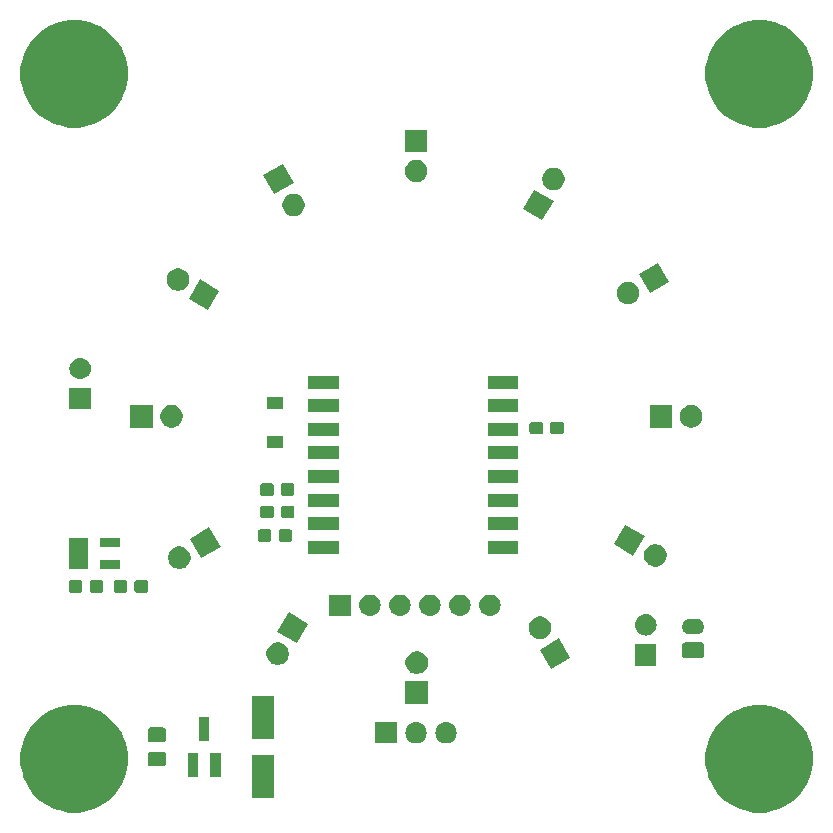
<source format=gbr>
G04 #@! TF.GenerationSoftware,KiCad,Pcbnew,(5.1.4-0)*
G04 #@! TF.CreationDate,2022-04-01T12:31:45+08:00*
G04 #@! TF.ProjectId,esp8266_ntp_clock,65737038-3236-4365-9f6e-74705f636c6f,v1.0*
G04 #@! TF.SameCoordinates,Original*
G04 #@! TF.FileFunction,Soldermask,Top*
G04 #@! TF.FilePolarity,Negative*
%FSLAX46Y46*%
G04 Gerber Fmt 4.6, Leading zero omitted, Abs format (unit mm)*
G04 Created by KiCad (PCBNEW (5.1.4-0)) date 2022-04-01 12:31:45*
%MOMM*%
%LPD*%
G04 APERTURE LIST*
%ADD10C,0.100000*%
G04 APERTURE END LIST*
D10*
G36*
X144327477Y-108623892D02*
G01*
X144670541Y-108765994D01*
X145155707Y-108966956D01*
X145901093Y-109465008D01*
X146534992Y-110098907D01*
X147033044Y-110844293D01*
X147222218Y-111301000D01*
X147376108Y-111672523D01*
X147551000Y-112551764D01*
X147551000Y-113448236D01*
X147376108Y-114327477D01*
X147304232Y-114501000D01*
X147033044Y-115155707D01*
X146534992Y-115901093D01*
X145901093Y-116534992D01*
X145155707Y-117033044D01*
X144670541Y-117234006D01*
X144327477Y-117376108D01*
X143448236Y-117551000D01*
X142551764Y-117551000D01*
X141672523Y-117376108D01*
X141329459Y-117234006D01*
X140844293Y-117033044D01*
X140098907Y-116534992D01*
X139465008Y-115901093D01*
X138966956Y-115155707D01*
X138695768Y-114501000D01*
X138623892Y-114327477D01*
X138449000Y-113448236D01*
X138449000Y-112551764D01*
X138623892Y-111672523D01*
X138777782Y-111301000D01*
X138966956Y-110844293D01*
X139465008Y-110098907D01*
X140098907Y-109465008D01*
X140844293Y-108966956D01*
X141329459Y-108765994D01*
X141672523Y-108623892D01*
X142551764Y-108449000D01*
X143448236Y-108449000D01*
X144327477Y-108623892D01*
X144327477Y-108623892D01*
G37*
G36*
X86327477Y-108623892D02*
G01*
X86670541Y-108765994D01*
X87155707Y-108966956D01*
X87901093Y-109465008D01*
X88534992Y-110098907D01*
X89033044Y-110844293D01*
X89222218Y-111301000D01*
X89376108Y-111672523D01*
X89551000Y-112551764D01*
X89551000Y-113448236D01*
X89376108Y-114327477D01*
X89304232Y-114501000D01*
X89033044Y-115155707D01*
X88534992Y-115901093D01*
X87901093Y-116534992D01*
X87155707Y-117033044D01*
X86670541Y-117234006D01*
X86327477Y-117376108D01*
X85448236Y-117551000D01*
X84551764Y-117551000D01*
X83672523Y-117376108D01*
X83329459Y-117234006D01*
X82844293Y-117033044D01*
X82098907Y-116534992D01*
X81465008Y-115901093D01*
X80966956Y-115155707D01*
X80695768Y-114501000D01*
X80623892Y-114327477D01*
X80449000Y-113448236D01*
X80449000Y-112551764D01*
X80623892Y-111672523D01*
X80777782Y-111301000D01*
X80966956Y-110844293D01*
X81465008Y-110098907D01*
X82098907Y-109465008D01*
X82844293Y-108966956D01*
X83329459Y-108765994D01*
X83672523Y-108623892D01*
X84551764Y-108449000D01*
X85448236Y-108449000D01*
X86327477Y-108623892D01*
X86327477Y-108623892D01*
G37*
G36*
X101951000Y-116301000D02*
G01*
X100049000Y-116301000D01*
X100049000Y-112699000D01*
X101951000Y-112699000D01*
X101951000Y-116301000D01*
X101951000Y-116301000D01*
G37*
G36*
X95501000Y-114501000D02*
G01*
X94599000Y-114501000D01*
X94599000Y-112499000D01*
X95501000Y-112499000D01*
X95501000Y-114501000D01*
X95501000Y-114501000D01*
G37*
G36*
X97401000Y-114501000D02*
G01*
X96499000Y-114501000D01*
X96499000Y-112499000D01*
X97401000Y-112499000D01*
X97401000Y-114501000D01*
X97401000Y-114501000D01*
G37*
G36*
X92588674Y-112403465D02*
G01*
X92626367Y-112414899D01*
X92661103Y-112433466D01*
X92691548Y-112458452D01*
X92716534Y-112488897D01*
X92735101Y-112523633D01*
X92746535Y-112561326D01*
X92751000Y-112606661D01*
X92751000Y-113443339D01*
X92746535Y-113488674D01*
X92735101Y-113526367D01*
X92716534Y-113561103D01*
X92691548Y-113591548D01*
X92661103Y-113616534D01*
X92626367Y-113635101D01*
X92588674Y-113646535D01*
X92543339Y-113651000D01*
X91456661Y-113651000D01*
X91411326Y-113646535D01*
X91373633Y-113635101D01*
X91338897Y-113616534D01*
X91308452Y-113591548D01*
X91283466Y-113561103D01*
X91264899Y-113526367D01*
X91253465Y-113488674D01*
X91249000Y-113443339D01*
X91249000Y-112606661D01*
X91253465Y-112561326D01*
X91264899Y-112523633D01*
X91283466Y-112488897D01*
X91308452Y-112458452D01*
X91338897Y-112433466D01*
X91373633Y-112414899D01*
X91411326Y-112403465D01*
X91456661Y-112399000D01*
X92543339Y-112399000D01*
X92588674Y-112403465D01*
X92588674Y-112403465D01*
G37*
G36*
X112301000Y-111701000D02*
G01*
X110499000Y-111701000D01*
X110499000Y-109899000D01*
X112301000Y-109899000D01*
X112301000Y-111701000D01*
X112301000Y-111701000D01*
G37*
G36*
X114050442Y-109905518D02*
G01*
X114116627Y-109912037D01*
X114286466Y-109963557D01*
X114442991Y-110047222D01*
X114478729Y-110076552D01*
X114580186Y-110159814D01*
X114663448Y-110261271D01*
X114692778Y-110297009D01*
X114692779Y-110297011D01*
X114763179Y-110428718D01*
X114776443Y-110453534D01*
X114827963Y-110623373D01*
X114845359Y-110800000D01*
X114827963Y-110976627D01*
X114776443Y-111146466D01*
X114692778Y-111302991D01*
X114671575Y-111328827D01*
X114580186Y-111440186D01*
X114493772Y-111511103D01*
X114442991Y-111552778D01*
X114286466Y-111636443D01*
X114116627Y-111687963D01*
X114050442Y-111694482D01*
X113984260Y-111701000D01*
X113895740Y-111701000D01*
X113829558Y-111694482D01*
X113763373Y-111687963D01*
X113593534Y-111636443D01*
X113437009Y-111552778D01*
X113386228Y-111511103D01*
X113299814Y-111440186D01*
X113208425Y-111328827D01*
X113187222Y-111302991D01*
X113103557Y-111146466D01*
X113052037Y-110976627D01*
X113034641Y-110800000D01*
X113052037Y-110623373D01*
X113103557Y-110453534D01*
X113116822Y-110428718D01*
X113187221Y-110297011D01*
X113187222Y-110297009D01*
X113216552Y-110261271D01*
X113299814Y-110159814D01*
X113401271Y-110076552D01*
X113437009Y-110047222D01*
X113593534Y-109963557D01*
X113763373Y-109912037D01*
X113829558Y-109905518D01*
X113895740Y-109899000D01*
X113984260Y-109899000D01*
X114050442Y-109905518D01*
X114050442Y-109905518D01*
G37*
G36*
X116590442Y-109905518D02*
G01*
X116656627Y-109912037D01*
X116826466Y-109963557D01*
X116982991Y-110047222D01*
X117018729Y-110076552D01*
X117120186Y-110159814D01*
X117203448Y-110261271D01*
X117232778Y-110297009D01*
X117232779Y-110297011D01*
X117303179Y-110428718D01*
X117316443Y-110453534D01*
X117367963Y-110623373D01*
X117385359Y-110800000D01*
X117367963Y-110976627D01*
X117316443Y-111146466D01*
X117232778Y-111302991D01*
X117211575Y-111328827D01*
X117120186Y-111440186D01*
X117033772Y-111511103D01*
X116982991Y-111552778D01*
X116826466Y-111636443D01*
X116656627Y-111687963D01*
X116590442Y-111694482D01*
X116524260Y-111701000D01*
X116435740Y-111701000D01*
X116369558Y-111694482D01*
X116303373Y-111687963D01*
X116133534Y-111636443D01*
X115977009Y-111552778D01*
X115926228Y-111511103D01*
X115839814Y-111440186D01*
X115748425Y-111328827D01*
X115727222Y-111302991D01*
X115643557Y-111146466D01*
X115592037Y-110976627D01*
X115574641Y-110800000D01*
X115592037Y-110623373D01*
X115643557Y-110453534D01*
X115656822Y-110428718D01*
X115727221Y-110297011D01*
X115727222Y-110297009D01*
X115756552Y-110261271D01*
X115839814Y-110159814D01*
X115941271Y-110076552D01*
X115977009Y-110047222D01*
X116133534Y-109963557D01*
X116303373Y-109912037D01*
X116369558Y-109905518D01*
X116435740Y-109899000D01*
X116524260Y-109899000D01*
X116590442Y-109905518D01*
X116590442Y-109905518D01*
G37*
G36*
X92588674Y-110353465D02*
G01*
X92626367Y-110364899D01*
X92661103Y-110383466D01*
X92691548Y-110408452D01*
X92716534Y-110438897D01*
X92735101Y-110473633D01*
X92746535Y-110511326D01*
X92751000Y-110556661D01*
X92751000Y-111393339D01*
X92746535Y-111438674D01*
X92735101Y-111476367D01*
X92716534Y-111511103D01*
X92691548Y-111541548D01*
X92661103Y-111566534D01*
X92626367Y-111585101D01*
X92588674Y-111596535D01*
X92543339Y-111601000D01*
X91456661Y-111601000D01*
X91411326Y-111596535D01*
X91373633Y-111585101D01*
X91338897Y-111566534D01*
X91308452Y-111541548D01*
X91283466Y-111511103D01*
X91264899Y-111476367D01*
X91253465Y-111438674D01*
X91249000Y-111393339D01*
X91249000Y-110556661D01*
X91253465Y-110511326D01*
X91264899Y-110473633D01*
X91283466Y-110438897D01*
X91308452Y-110408452D01*
X91338897Y-110383466D01*
X91373633Y-110364899D01*
X91411326Y-110353465D01*
X91456661Y-110349000D01*
X92543339Y-110349000D01*
X92588674Y-110353465D01*
X92588674Y-110353465D01*
G37*
G36*
X96451000Y-111501000D02*
G01*
X95549000Y-111501000D01*
X95549000Y-109499000D01*
X96451000Y-109499000D01*
X96451000Y-111501000D01*
X96451000Y-111501000D01*
G37*
G36*
X101951000Y-111301000D02*
G01*
X100049000Y-111301000D01*
X100049000Y-107699000D01*
X101951000Y-107699000D01*
X101951000Y-111301000D01*
X101951000Y-111301000D01*
G37*
G36*
X114951000Y-108351000D02*
G01*
X113049000Y-108351000D01*
X113049000Y-106449000D01*
X114951000Y-106449000D01*
X114951000Y-108351000D01*
X114951000Y-108351000D01*
G37*
G36*
X114277395Y-103945546D02*
G01*
X114450466Y-104017234D01*
X114450467Y-104017235D01*
X114606227Y-104121310D01*
X114738690Y-104253773D01*
X114738691Y-104253775D01*
X114842766Y-104409534D01*
X114914454Y-104582605D01*
X114951000Y-104766333D01*
X114951000Y-104953667D01*
X114914454Y-105137395D01*
X114842766Y-105310466D01*
X114842765Y-105310467D01*
X114738690Y-105466227D01*
X114606227Y-105598690D01*
X114527818Y-105651081D01*
X114450466Y-105702766D01*
X114277395Y-105774454D01*
X114093667Y-105811000D01*
X113906333Y-105811000D01*
X113722605Y-105774454D01*
X113549534Y-105702766D01*
X113472182Y-105651081D01*
X113393773Y-105598690D01*
X113261310Y-105466227D01*
X113157235Y-105310467D01*
X113157234Y-105310466D01*
X113085546Y-105137395D01*
X113049000Y-104953667D01*
X113049000Y-104766333D01*
X113085546Y-104582605D01*
X113157234Y-104409534D01*
X113261309Y-104253775D01*
X113261310Y-104253773D01*
X113393773Y-104121310D01*
X113549533Y-104017235D01*
X113549534Y-104017234D01*
X113722605Y-103945546D01*
X113906333Y-103909000D01*
X114093667Y-103909000D01*
X114277395Y-103945546D01*
X114277395Y-103945546D01*
G37*
G36*
X126999091Y-104448090D02*
G01*
X125351910Y-105399091D01*
X124400909Y-103751910D01*
X126048090Y-102800909D01*
X126999091Y-104448090D01*
X126999091Y-104448090D01*
G37*
G36*
X134301000Y-105101000D02*
G01*
X132499000Y-105101000D01*
X132499000Y-103299000D01*
X134301000Y-103299000D01*
X134301000Y-105101000D01*
X134301000Y-105101000D01*
G37*
G36*
X102507395Y-103185251D02*
G01*
X102680466Y-103256939D01*
X102680467Y-103256940D01*
X102836227Y-103361015D01*
X102968690Y-103493478D01*
X102968691Y-103493480D01*
X103072766Y-103649239D01*
X103144454Y-103822310D01*
X103181000Y-104006038D01*
X103181000Y-104193372D01*
X103144454Y-104377100D01*
X103072766Y-104550171D01*
X103072765Y-104550172D01*
X102968690Y-104705932D01*
X102836227Y-104838395D01*
X102757818Y-104890786D01*
X102680466Y-104942471D01*
X102507395Y-105014159D01*
X102323667Y-105050705D01*
X102136333Y-105050705D01*
X101952605Y-105014159D01*
X101779534Y-104942471D01*
X101702182Y-104890786D01*
X101623773Y-104838395D01*
X101491310Y-104705932D01*
X101387235Y-104550172D01*
X101387234Y-104550171D01*
X101315546Y-104377100D01*
X101279000Y-104193372D01*
X101279000Y-104006038D01*
X101315546Y-103822310D01*
X101387234Y-103649239D01*
X101491309Y-103493480D01*
X101491310Y-103493478D01*
X101623773Y-103361015D01*
X101779533Y-103256940D01*
X101779534Y-103256939D01*
X101952605Y-103185251D01*
X102136333Y-103148705D01*
X102323667Y-103148705D01*
X102507395Y-103185251D01*
X102507395Y-103185251D01*
G37*
G36*
X138166242Y-103153404D02*
G01*
X138203337Y-103164657D01*
X138237515Y-103182925D01*
X138267481Y-103207519D01*
X138292075Y-103237485D01*
X138310343Y-103271663D01*
X138321596Y-103308758D01*
X138326000Y-103353474D01*
X138326000Y-104246526D01*
X138321596Y-104291242D01*
X138310343Y-104328337D01*
X138292075Y-104362515D01*
X138267481Y-104392481D01*
X138237515Y-104417075D01*
X138203337Y-104435343D01*
X138166242Y-104446596D01*
X138121526Y-104451000D01*
X136678474Y-104451000D01*
X136633758Y-104446596D01*
X136596663Y-104435343D01*
X136562485Y-104417075D01*
X136532519Y-104392481D01*
X136507925Y-104362515D01*
X136489657Y-104328337D01*
X136478404Y-104291242D01*
X136474000Y-104246526D01*
X136474000Y-103353474D01*
X136478404Y-103308758D01*
X136489657Y-103271663D01*
X136507925Y-103237485D01*
X136532519Y-103207519D01*
X136562485Y-103182925D01*
X136596663Y-103164657D01*
X136633758Y-103153404D01*
X136678474Y-103149000D01*
X138121526Y-103149000D01*
X138166242Y-103153404D01*
X138166242Y-103153404D01*
G37*
G36*
X104799091Y-101551910D02*
G01*
X103848090Y-103199091D01*
X102200909Y-102248090D01*
X103151910Y-100600909D01*
X104799091Y-101551910D01*
X104799091Y-101551910D01*
G37*
G36*
X124707395Y-100985841D02*
G01*
X124880466Y-101057529D01*
X124880467Y-101057530D01*
X125036227Y-101161605D01*
X125168690Y-101294068D01*
X125197674Y-101337446D01*
X125272766Y-101449829D01*
X125344454Y-101622900D01*
X125381000Y-101806628D01*
X125381000Y-101993962D01*
X125344454Y-102177690D01*
X125272766Y-102350761D01*
X125231327Y-102412779D01*
X125168690Y-102506522D01*
X125036227Y-102638985D01*
X124957818Y-102691376D01*
X124880466Y-102743061D01*
X124707395Y-102814749D01*
X124523667Y-102851295D01*
X124336333Y-102851295D01*
X124152605Y-102814749D01*
X123979534Y-102743061D01*
X123902182Y-102691376D01*
X123823773Y-102638985D01*
X123691310Y-102506522D01*
X123628673Y-102412779D01*
X123587234Y-102350761D01*
X123515546Y-102177690D01*
X123479000Y-101993962D01*
X123479000Y-101806628D01*
X123515546Y-101622900D01*
X123587234Y-101449829D01*
X123662326Y-101337446D01*
X123691310Y-101294068D01*
X123823773Y-101161605D01*
X123979533Y-101057530D01*
X123979534Y-101057529D01*
X124152605Y-100985841D01*
X124336333Y-100949295D01*
X124523667Y-100949295D01*
X124707395Y-100985841D01*
X124707395Y-100985841D01*
G37*
G36*
X133510443Y-100765519D02*
G01*
X133576627Y-100772037D01*
X133746466Y-100823557D01*
X133902991Y-100907222D01*
X133938729Y-100936552D01*
X134040186Y-101019814D01*
X134123448Y-101121271D01*
X134152778Y-101157009D01*
X134236443Y-101313534D01*
X134287963Y-101483373D01*
X134305359Y-101660000D01*
X134287963Y-101836627D01*
X134236443Y-102006466D01*
X134152778Y-102162991D01*
X134140714Y-102177691D01*
X134040186Y-102300186D01*
X133938729Y-102383448D01*
X133902991Y-102412778D01*
X133746466Y-102496443D01*
X133576627Y-102547963D01*
X133510443Y-102554481D01*
X133444260Y-102561000D01*
X133355740Y-102561000D01*
X133289558Y-102554482D01*
X133223373Y-102547963D01*
X133053534Y-102496443D01*
X132897009Y-102412778D01*
X132861271Y-102383448D01*
X132759814Y-102300186D01*
X132659286Y-102177691D01*
X132647222Y-102162991D01*
X132563557Y-102006466D01*
X132512037Y-101836627D01*
X132494641Y-101660000D01*
X132512037Y-101483373D01*
X132563557Y-101313534D01*
X132647222Y-101157009D01*
X132676552Y-101121271D01*
X132759814Y-101019814D01*
X132861271Y-100936552D01*
X132897009Y-100907222D01*
X133053534Y-100823557D01*
X133223373Y-100772037D01*
X133289557Y-100765519D01*
X133355740Y-100759000D01*
X133444260Y-100759000D01*
X133510443Y-100765519D01*
X133510443Y-100765519D01*
G37*
G36*
X137738855Y-101152140D02*
G01*
X137802618Y-101158420D01*
X137893404Y-101185960D01*
X137925336Y-101195646D01*
X138038425Y-101256094D01*
X138137554Y-101337446D01*
X138218906Y-101436575D01*
X138279354Y-101549664D01*
X138279355Y-101549668D01*
X138316580Y-101672382D01*
X138329149Y-101800000D01*
X138316580Y-101927618D01*
X138296455Y-101993960D01*
X138279354Y-102050336D01*
X138218906Y-102163425D01*
X138137554Y-102262554D01*
X138038425Y-102343906D01*
X137925336Y-102404354D01*
X137897565Y-102412778D01*
X137802618Y-102441580D01*
X137738855Y-102447860D01*
X137706974Y-102451000D01*
X137093026Y-102451000D01*
X137061145Y-102447860D01*
X136997382Y-102441580D01*
X136902435Y-102412778D01*
X136874664Y-102404354D01*
X136761575Y-102343906D01*
X136662446Y-102262554D01*
X136581094Y-102163425D01*
X136520646Y-102050336D01*
X136503545Y-101993960D01*
X136483420Y-101927618D01*
X136470851Y-101800000D01*
X136483420Y-101672382D01*
X136520645Y-101549668D01*
X136520646Y-101549664D01*
X136581094Y-101436575D01*
X136662446Y-101337446D01*
X136761575Y-101256094D01*
X136874664Y-101195646D01*
X136906596Y-101185960D01*
X136997382Y-101158420D01*
X137061145Y-101152140D01*
X137093026Y-101149000D01*
X137706974Y-101149000D01*
X137738855Y-101152140D01*
X137738855Y-101152140D01*
G37*
G36*
X115230442Y-99105518D02*
G01*
X115296627Y-99112037D01*
X115466466Y-99163557D01*
X115622991Y-99247222D01*
X115658729Y-99276552D01*
X115760186Y-99359814D01*
X115843448Y-99461271D01*
X115872778Y-99497009D01*
X115956443Y-99653534D01*
X116007963Y-99823373D01*
X116025359Y-100000000D01*
X116007963Y-100176627D01*
X115956443Y-100346466D01*
X115872778Y-100502991D01*
X115843448Y-100538729D01*
X115760186Y-100640186D01*
X115658729Y-100723448D01*
X115622991Y-100752778D01*
X115466466Y-100836443D01*
X115296627Y-100887963D01*
X115230443Y-100894481D01*
X115164260Y-100901000D01*
X115075740Y-100901000D01*
X115009557Y-100894481D01*
X114943373Y-100887963D01*
X114773534Y-100836443D01*
X114617009Y-100752778D01*
X114581271Y-100723448D01*
X114479814Y-100640186D01*
X114396552Y-100538729D01*
X114367222Y-100502991D01*
X114283557Y-100346466D01*
X114232037Y-100176627D01*
X114214641Y-100000000D01*
X114232037Y-99823373D01*
X114283557Y-99653534D01*
X114367222Y-99497009D01*
X114396552Y-99461271D01*
X114479814Y-99359814D01*
X114581271Y-99276552D01*
X114617009Y-99247222D01*
X114773534Y-99163557D01*
X114943373Y-99112037D01*
X115009558Y-99105518D01*
X115075740Y-99099000D01*
X115164260Y-99099000D01*
X115230442Y-99105518D01*
X115230442Y-99105518D01*
G37*
G36*
X108401000Y-100901000D02*
G01*
X106599000Y-100901000D01*
X106599000Y-99099000D01*
X108401000Y-99099000D01*
X108401000Y-100901000D01*
X108401000Y-100901000D01*
G37*
G36*
X110150442Y-99105518D02*
G01*
X110216627Y-99112037D01*
X110386466Y-99163557D01*
X110542991Y-99247222D01*
X110578729Y-99276552D01*
X110680186Y-99359814D01*
X110763448Y-99461271D01*
X110792778Y-99497009D01*
X110876443Y-99653534D01*
X110927963Y-99823373D01*
X110945359Y-100000000D01*
X110927963Y-100176627D01*
X110876443Y-100346466D01*
X110792778Y-100502991D01*
X110763448Y-100538729D01*
X110680186Y-100640186D01*
X110578729Y-100723448D01*
X110542991Y-100752778D01*
X110386466Y-100836443D01*
X110216627Y-100887963D01*
X110150443Y-100894481D01*
X110084260Y-100901000D01*
X109995740Y-100901000D01*
X109929557Y-100894481D01*
X109863373Y-100887963D01*
X109693534Y-100836443D01*
X109537009Y-100752778D01*
X109501271Y-100723448D01*
X109399814Y-100640186D01*
X109316552Y-100538729D01*
X109287222Y-100502991D01*
X109203557Y-100346466D01*
X109152037Y-100176627D01*
X109134641Y-100000000D01*
X109152037Y-99823373D01*
X109203557Y-99653534D01*
X109287222Y-99497009D01*
X109316552Y-99461271D01*
X109399814Y-99359814D01*
X109501271Y-99276552D01*
X109537009Y-99247222D01*
X109693534Y-99163557D01*
X109863373Y-99112037D01*
X109929558Y-99105518D01*
X109995740Y-99099000D01*
X110084260Y-99099000D01*
X110150442Y-99105518D01*
X110150442Y-99105518D01*
G37*
G36*
X112690442Y-99105518D02*
G01*
X112756627Y-99112037D01*
X112926466Y-99163557D01*
X113082991Y-99247222D01*
X113118729Y-99276552D01*
X113220186Y-99359814D01*
X113303448Y-99461271D01*
X113332778Y-99497009D01*
X113416443Y-99653534D01*
X113467963Y-99823373D01*
X113485359Y-100000000D01*
X113467963Y-100176627D01*
X113416443Y-100346466D01*
X113332778Y-100502991D01*
X113303448Y-100538729D01*
X113220186Y-100640186D01*
X113118729Y-100723448D01*
X113082991Y-100752778D01*
X112926466Y-100836443D01*
X112756627Y-100887963D01*
X112690443Y-100894481D01*
X112624260Y-100901000D01*
X112535740Y-100901000D01*
X112469557Y-100894481D01*
X112403373Y-100887963D01*
X112233534Y-100836443D01*
X112077009Y-100752778D01*
X112041271Y-100723448D01*
X111939814Y-100640186D01*
X111856552Y-100538729D01*
X111827222Y-100502991D01*
X111743557Y-100346466D01*
X111692037Y-100176627D01*
X111674641Y-100000000D01*
X111692037Y-99823373D01*
X111743557Y-99653534D01*
X111827222Y-99497009D01*
X111856552Y-99461271D01*
X111939814Y-99359814D01*
X112041271Y-99276552D01*
X112077009Y-99247222D01*
X112233534Y-99163557D01*
X112403373Y-99112037D01*
X112469558Y-99105518D01*
X112535740Y-99099000D01*
X112624260Y-99099000D01*
X112690442Y-99105518D01*
X112690442Y-99105518D01*
G37*
G36*
X117770442Y-99105518D02*
G01*
X117836627Y-99112037D01*
X118006466Y-99163557D01*
X118162991Y-99247222D01*
X118198729Y-99276552D01*
X118300186Y-99359814D01*
X118383448Y-99461271D01*
X118412778Y-99497009D01*
X118496443Y-99653534D01*
X118547963Y-99823373D01*
X118565359Y-100000000D01*
X118547963Y-100176627D01*
X118496443Y-100346466D01*
X118412778Y-100502991D01*
X118383448Y-100538729D01*
X118300186Y-100640186D01*
X118198729Y-100723448D01*
X118162991Y-100752778D01*
X118006466Y-100836443D01*
X117836627Y-100887963D01*
X117770443Y-100894481D01*
X117704260Y-100901000D01*
X117615740Y-100901000D01*
X117549557Y-100894481D01*
X117483373Y-100887963D01*
X117313534Y-100836443D01*
X117157009Y-100752778D01*
X117121271Y-100723448D01*
X117019814Y-100640186D01*
X116936552Y-100538729D01*
X116907222Y-100502991D01*
X116823557Y-100346466D01*
X116772037Y-100176627D01*
X116754641Y-100000000D01*
X116772037Y-99823373D01*
X116823557Y-99653534D01*
X116907222Y-99497009D01*
X116936552Y-99461271D01*
X117019814Y-99359814D01*
X117121271Y-99276552D01*
X117157009Y-99247222D01*
X117313534Y-99163557D01*
X117483373Y-99112037D01*
X117549558Y-99105518D01*
X117615740Y-99099000D01*
X117704260Y-99099000D01*
X117770442Y-99105518D01*
X117770442Y-99105518D01*
G37*
G36*
X120310442Y-99105518D02*
G01*
X120376627Y-99112037D01*
X120546466Y-99163557D01*
X120702991Y-99247222D01*
X120738729Y-99276552D01*
X120840186Y-99359814D01*
X120923448Y-99461271D01*
X120952778Y-99497009D01*
X121036443Y-99653534D01*
X121087963Y-99823373D01*
X121105359Y-100000000D01*
X121087963Y-100176627D01*
X121036443Y-100346466D01*
X120952778Y-100502991D01*
X120923448Y-100538729D01*
X120840186Y-100640186D01*
X120738729Y-100723448D01*
X120702991Y-100752778D01*
X120546466Y-100836443D01*
X120376627Y-100887963D01*
X120310443Y-100894481D01*
X120244260Y-100901000D01*
X120155740Y-100901000D01*
X120089557Y-100894481D01*
X120023373Y-100887963D01*
X119853534Y-100836443D01*
X119697009Y-100752778D01*
X119661271Y-100723448D01*
X119559814Y-100640186D01*
X119476552Y-100538729D01*
X119447222Y-100502991D01*
X119363557Y-100346466D01*
X119312037Y-100176627D01*
X119294641Y-100000000D01*
X119312037Y-99823373D01*
X119363557Y-99653534D01*
X119447222Y-99497009D01*
X119476552Y-99461271D01*
X119559814Y-99359814D01*
X119661271Y-99276552D01*
X119697009Y-99247222D01*
X119853534Y-99163557D01*
X120023373Y-99112037D01*
X120089558Y-99105518D01*
X120155740Y-99099000D01*
X120244260Y-99099000D01*
X120310442Y-99105518D01*
X120310442Y-99105518D01*
G37*
G36*
X85539499Y-97878445D02*
G01*
X85576995Y-97889820D01*
X85611554Y-97908292D01*
X85641847Y-97933153D01*
X85666708Y-97963446D01*
X85685180Y-97998005D01*
X85696555Y-98035501D01*
X85701000Y-98080638D01*
X85701000Y-98719362D01*
X85696555Y-98764499D01*
X85685180Y-98801995D01*
X85666708Y-98836554D01*
X85641847Y-98866847D01*
X85611554Y-98891708D01*
X85576995Y-98910180D01*
X85539499Y-98921555D01*
X85494362Y-98926000D01*
X84755638Y-98926000D01*
X84710501Y-98921555D01*
X84673005Y-98910180D01*
X84638446Y-98891708D01*
X84608153Y-98866847D01*
X84583292Y-98836554D01*
X84564820Y-98801995D01*
X84553445Y-98764499D01*
X84549000Y-98719362D01*
X84549000Y-98080638D01*
X84553445Y-98035501D01*
X84564820Y-97998005D01*
X84583292Y-97963446D01*
X84608153Y-97933153D01*
X84638446Y-97908292D01*
X84673005Y-97889820D01*
X84710501Y-97878445D01*
X84755638Y-97874000D01*
X85494362Y-97874000D01*
X85539499Y-97878445D01*
X85539499Y-97878445D01*
G37*
G36*
X91089499Y-97878445D02*
G01*
X91126995Y-97889820D01*
X91161554Y-97908292D01*
X91191847Y-97933153D01*
X91216708Y-97963446D01*
X91235180Y-97998005D01*
X91246555Y-98035501D01*
X91251000Y-98080638D01*
X91251000Y-98719362D01*
X91246555Y-98764499D01*
X91235180Y-98801995D01*
X91216708Y-98836554D01*
X91191847Y-98866847D01*
X91161554Y-98891708D01*
X91126995Y-98910180D01*
X91089499Y-98921555D01*
X91044362Y-98926000D01*
X90305638Y-98926000D01*
X90260501Y-98921555D01*
X90223005Y-98910180D01*
X90188446Y-98891708D01*
X90158153Y-98866847D01*
X90133292Y-98836554D01*
X90114820Y-98801995D01*
X90103445Y-98764499D01*
X90099000Y-98719362D01*
X90099000Y-98080638D01*
X90103445Y-98035501D01*
X90114820Y-97998005D01*
X90133292Y-97963446D01*
X90158153Y-97933153D01*
X90188446Y-97908292D01*
X90223005Y-97889820D01*
X90260501Y-97878445D01*
X90305638Y-97874000D01*
X91044362Y-97874000D01*
X91089499Y-97878445D01*
X91089499Y-97878445D01*
G37*
G36*
X89339499Y-97878445D02*
G01*
X89376995Y-97889820D01*
X89411554Y-97908292D01*
X89441847Y-97933153D01*
X89466708Y-97963446D01*
X89485180Y-97998005D01*
X89496555Y-98035501D01*
X89501000Y-98080638D01*
X89501000Y-98719362D01*
X89496555Y-98764499D01*
X89485180Y-98801995D01*
X89466708Y-98836554D01*
X89441847Y-98866847D01*
X89411554Y-98891708D01*
X89376995Y-98910180D01*
X89339499Y-98921555D01*
X89294362Y-98926000D01*
X88555638Y-98926000D01*
X88510501Y-98921555D01*
X88473005Y-98910180D01*
X88438446Y-98891708D01*
X88408153Y-98866847D01*
X88383292Y-98836554D01*
X88364820Y-98801995D01*
X88353445Y-98764499D01*
X88349000Y-98719362D01*
X88349000Y-98080638D01*
X88353445Y-98035501D01*
X88364820Y-97998005D01*
X88383292Y-97963446D01*
X88408153Y-97933153D01*
X88438446Y-97908292D01*
X88473005Y-97889820D01*
X88510501Y-97878445D01*
X88555638Y-97874000D01*
X89294362Y-97874000D01*
X89339499Y-97878445D01*
X89339499Y-97878445D01*
G37*
G36*
X87289499Y-97878445D02*
G01*
X87326995Y-97889820D01*
X87361554Y-97908292D01*
X87391847Y-97933153D01*
X87416708Y-97963446D01*
X87435180Y-97998005D01*
X87446555Y-98035501D01*
X87451000Y-98080638D01*
X87451000Y-98719362D01*
X87446555Y-98764499D01*
X87435180Y-98801995D01*
X87416708Y-98836554D01*
X87391847Y-98866847D01*
X87361554Y-98891708D01*
X87326995Y-98910180D01*
X87289499Y-98921555D01*
X87244362Y-98926000D01*
X86505638Y-98926000D01*
X86460501Y-98921555D01*
X86423005Y-98910180D01*
X86388446Y-98891708D01*
X86358153Y-98866847D01*
X86333292Y-98836554D01*
X86314820Y-98801995D01*
X86303445Y-98764499D01*
X86299000Y-98719362D01*
X86299000Y-98080638D01*
X86303445Y-98035501D01*
X86314820Y-97998005D01*
X86333292Y-97963446D01*
X86358153Y-97933153D01*
X86388446Y-97908292D01*
X86423005Y-97889820D01*
X86460501Y-97878445D01*
X86505638Y-97874000D01*
X87244362Y-97874000D01*
X87289499Y-97878445D01*
X87289499Y-97878445D01*
G37*
G36*
X86181000Y-96926000D02*
G01*
X84519000Y-96926000D01*
X84519000Y-94274000D01*
X86181000Y-94274000D01*
X86181000Y-96926000D01*
X86181000Y-96926000D01*
G37*
G36*
X88881000Y-96926000D02*
G01*
X87219000Y-96926000D01*
X87219000Y-96174000D01*
X88881000Y-96174000D01*
X88881000Y-96926000D01*
X88881000Y-96926000D01*
G37*
G36*
X94177690Y-95055546D02*
G01*
X94350761Y-95127234D01*
X94350762Y-95127235D01*
X94506522Y-95231310D01*
X94638985Y-95363773D01*
X94638986Y-95363775D01*
X94743061Y-95519534D01*
X94814749Y-95692605D01*
X94851295Y-95876333D01*
X94851295Y-96063667D01*
X94814749Y-96247395D01*
X94743061Y-96420466D01*
X94743060Y-96420467D01*
X94638985Y-96576227D01*
X94506522Y-96708690D01*
X94428113Y-96761081D01*
X94350761Y-96812766D01*
X94177690Y-96884454D01*
X93993962Y-96921000D01*
X93806628Y-96921000D01*
X93622900Y-96884454D01*
X93449829Y-96812766D01*
X93372477Y-96761081D01*
X93294068Y-96708690D01*
X93161605Y-96576227D01*
X93057530Y-96420467D01*
X93057529Y-96420466D01*
X92985841Y-96247395D01*
X92949295Y-96063667D01*
X92949295Y-95876333D01*
X92985841Y-95692605D01*
X93057529Y-95519534D01*
X93161604Y-95363775D01*
X93161605Y-95363773D01*
X93294068Y-95231310D01*
X93449828Y-95127235D01*
X93449829Y-95127234D01*
X93622900Y-95055546D01*
X93806628Y-95019000D01*
X93993962Y-95019000D01*
X94177690Y-95055546D01*
X94177690Y-95055546D01*
G37*
G36*
X134477100Y-94855546D02*
G01*
X134650171Y-94927234D01*
X134650172Y-94927235D01*
X134805932Y-95031310D01*
X134938395Y-95163773D01*
X134938396Y-95163775D01*
X135042471Y-95319534D01*
X135114159Y-95492605D01*
X135150705Y-95676333D01*
X135150705Y-95863667D01*
X135114159Y-96047395D01*
X135042471Y-96220466D01*
X135024477Y-96247396D01*
X134938395Y-96376227D01*
X134805932Y-96508690D01*
X134727523Y-96561081D01*
X134650171Y-96612766D01*
X134477100Y-96684454D01*
X134293372Y-96721000D01*
X134106038Y-96721000D01*
X133922310Y-96684454D01*
X133749239Y-96612766D01*
X133671887Y-96561081D01*
X133593478Y-96508690D01*
X133461015Y-96376227D01*
X133374933Y-96247396D01*
X133356939Y-96220466D01*
X133285251Y-96047395D01*
X133248705Y-95863667D01*
X133248705Y-95676333D01*
X133285251Y-95492605D01*
X133356939Y-95319534D01*
X133461014Y-95163775D01*
X133461015Y-95163773D01*
X133593478Y-95031310D01*
X133749238Y-94927235D01*
X133749239Y-94927234D01*
X133922310Y-94855546D01*
X134106038Y-94819000D01*
X134293372Y-94819000D01*
X134477100Y-94855546D01*
X134477100Y-94855546D01*
G37*
G36*
X97399091Y-95048090D02*
G01*
X95751910Y-95999091D01*
X94800909Y-94351910D01*
X96448090Y-93400909D01*
X97399091Y-95048090D01*
X97399091Y-95048090D01*
G37*
G36*
X133299091Y-94151910D02*
G01*
X132348090Y-95799091D01*
X130700909Y-94848090D01*
X131651910Y-93200909D01*
X133299091Y-94151910D01*
X133299091Y-94151910D01*
G37*
G36*
X107401000Y-95651000D02*
G01*
X104799000Y-95651000D01*
X104799000Y-94549000D01*
X107401000Y-94549000D01*
X107401000Y-95651000D01*
X107401000Y-95651000D01*
G37*
G36*
X122601000Y-95651000D02*
G01*
X119999000Y-95651000D01*
X119999000Y-94549000D01*
X122601000Y-94549000D01*
X122601000Y-95651000D01*
X122601000Y-95651000D01*
G37*
G36*
X88881000Y-95026000D02*
G01*
X87219000Y-95026000D01*
X87219000Y-94274000D01*
X88881000Y-94274000D01*
X88881000Y-95026000D01*
X88881000Y-95026000D01*
G37*
G36*
X103289499Y-93578445D02*
G01*
X103326995Y-93589820D01*
X103361554Y-93608292D01*
X103391847Y-93633153D01*
X103416708Y-93663446D01*
X103435180Y-93698005D01*
X103446555Y-93735501D01*
X103451000Y-93780638D01*
X103451000Y-94419362D01*
X103446555Y-94464499D01*
X103435180Y-94501995D01*
X103416708Y-94536554D01*
X103391847Y-94566847D01*
X103361554Y-94591708D01*
X103326995Y-94610180D01*
X103289499Y-94621555D01*
X103244362Y-94626000D01*
X102505638Y-94626000D01*
X102460501Y-94621555D01*
X102423005Y-94610180D01*
X102388446Y-94591708D01*
X102358153Y-94566847D01*
X102333292Y-94536554D01*
X102314820Y-94501995D01*
X102303445Y-94464499D01*
X102299000Y-94419362D01*
X102299000Y-93780638D01*
X102303445Y-93735501D01*
X102314820Y-93698005D01*
X102333292Y-93663446D01*
X102358153Y-93633153D01*
X102388446Y-93608292D01*
X102423005Y-93589820D01*
X102460501Y-93578445D01*
X102505638Y-93574000D01*
X103244362Y-93574000D01*
X103289499Y-93578445D01*
X103289499Y-93578445D01*
G37*
G36*
X101539499Y-93578445D02*
G01*
X101576995Y-93589820D01*
X101611554Y-93608292D01*
X101641847Y-93633153D01*
X101666708Y-93663446D01*
X101685180Y-93698005D01*
X101696555Y-93735501D01*
X101701000Y-93780638D01*
X101701000Y-94419362D01*
X101696555Y-94464499D01*
X101685180Y-94501995D01*
X101666708Y-94536554D01*
X101641847Y-94566847D01*
X101611554Y-94591708D01*
X101576995Y-94610180D01*
X101539499Y-94621555D01*
X101494362Y-94626000D01*
X100755638Y-94626000D01*
X100710501Y-94621555D01*
X100673005Y-94610180D01*
X100638446Y-94591708D01*
X100608153Y-94566847D01*
X100583292Y-94536554D01*
X100564820Y-94501995D01*
X100553445Y-94464499D01*
X100549000Y-94419362D01*
X100549000Y-93780638D01*
X100553445Y-93735501D01*
X100564820Y-93698005D01*
X100583292Y-93663446D01*
X100608153Y-93633153D01*
X100638446Y-93608292D01*
X100673005Y-93589820D01*
X100710501Y-93578445D01*
X100755638Y-93574000D01*
X101494362Y-93574000D01*
X101539499Y-93578445D01*
X101539499Y-93578445D01*
G37*
G36*
X122601000Y-93651000D02*
G01*
X119999000Y-93651000D01*
X119999000Y-92549000D01*
X122601000Y-92549000D01*
X122601000Y-93651000D01*
X122601000Y-93651000D01*
G37*
G36*
X107401000Y-93651000D02*
G01*
X104799000Y-93651000D01*
X104799000Y-92549000D01*
X107401000Y-92549000D01*
X107401000Y-93651000D01*
X107401000Y-93651000D01*
G37*
G36*
X103489499Y-91578445D02*
G01*
X103526995Y-91589820D01*
X103561554Y-91608292D01*
X103591847Y-91633153D01*
X103616708Y-91663446D01*
X103635180Y-91698005D01*
X103646555Y-91735501D01*
X103651000Y-91780638D01*
X103651000Y-92419362D01*
X103646555Y-92464499D01*
X103635180Y-92501995D01*
X103616708Y-92536554D01*
X103591847Y-92566847D01*
X103561554Y-92591708D01*
X103526995Y-92610180D01*
X103489499Y-92621555D01*
X103444362Y-92626000D01*
X102705638Y-92626000D01*
X102660501Y-92621555D01*
X102623005Y-92610180D01*
X102588446Y-92591708D01*
X102558153Y-92566847D01*
X102533292Y-92536554D01*
X102514820Y-92501995D01*
X102503445Y-92464499D01*
X102499000Y-92419362D01*
X102499000Y-91780638D01*
X102503445Y-91735501D01*
X102514820Y-91698005D01*
X102533292Y-91663446D01*
X102558153Y-91633153D01*
X102588446Y-91608292D01*
X102623005Y-91589820D01*
X102660501Y-91578445D01*
X102705638Y-91574000D01*
X103444362Y-91574000D01*
X103489499Y-91578445D01*
X103489499Y-91578445D01*
G37*
G36*
X101739499Y-91578445D02*
G01*
X101776995Y-91589820D01*
X101811554Y-91608292D01*
X101841847Y-91633153D01*
X101866708Y-91663446D01*
X101885180Y-91698005D01*
X101896555Y-91735501D01*
X101901000Y-91780638D01*
X101901000Y-92419362D01*
X101896555Y-92464499D01*
X101885180Y-92501995D01*
X101866708Y-92536554D01*
X101841847Y-92566847D01*
X101811554Y-92591708D01*
X101776995Y-92610180D01*
X101739499Y-92621555D01*
X101694362Y-92626000D01*
X100955638Y-92626000D01*
X100910501Y-92621555D01*
X100873005Y-92610180D01*
X100838446Y-92591708D01*
X100808153Y-92566847D01*
X100783292Y-92536554D01*
X100764820Y-92501995D01*
X100753445Y-92464499D01*
X100749000Y-92419362D01*
X100749000Y-91780638D01*
X100753445Y-91735501D01*
X100764820Y-91698005D01*
X100783292Y-91663446D01*
X100808153Y-91633153D01*
X100838446Y-91608292D01*
X100873005Y-91589820D01*
X100910501Y-91578445D01*
X100955638Y-91574000D01*
X101694362Y-91574000D01*
X101739499Y-91578445D01*
X101739499Y-91578445D01*
G37*
G36*
X122601000Y-91651000D02*
G01*
X119999000Y-91651000D01*
X119999000Y-90549000D01*
X122601000Y-90549000D01*
X122601000Y-91651000D01*
X122601000Y-91651000D01*
G37*
G36*
X107401000Y-91651000D02*
G01*
X104799000Y-91651000D01*
X104799000Y-90549000D01*
X107401000Y-90549000D01*
X107401000Y-91651000D01*
X107401000Y-91651000D01*
G37*
G36*
X101739499Y-89678445D02*
G01*
X101776995Y-89689820D01*
X101811554Y-89708292D01*
X101841847Y-89733153D01*
X101866708Y-89763446D01*
X101885180Y-89798005D01*
X101896555Y-89835501D01*
X101901000Y-89880638D01*
X101901000Y-90519362D01*
X101896555Y-90564499D01*
X101885180Y-90601995D01*
X101866708Y-90636554D01*
X101841847Y-90666847D01*
X101811554Y-90691708D01*
X101776995Y-90710180D01*
X101739499Y-90721555D01*
X101694362Y-90726000D01*
X100955638Y-90726000D01*
X100910501Y-90721555D01*
X100873005Y-90710180D01*
X100838446Y-90691708D01*
X100808153Y-90666847D01*
X100783292Y-90636554D01*
X100764820Y-90601995D01*
X100753445Y-90564499D01*
X100749000Y-90519362D01*
X100749000Y-89880638D01*
X100753445Y-89835501D01*
X100764820Y-89798005D01*
X100783292Y-89763446D01*
X100808153Y-89733153D01*
X100838446Y-89708292D01*
X100873005Y-89689820D01*
X100910501Y-89678445D01*
X100955638Y-89674000D01*
X101694362Y-89674000D01*
X101739499Y-89678445D01*
X101739499Y-89678445D01*
G37*
G36*
X103489499Y-89678445D02*
G01*
X103526995Y-89689820D01*
X103561554Y-89708292D01*
X103591847Y-89733153D01*
X103616708Y-89763446D01*
X103635180Y-89798005D01*
X103646555Y-89835501D01*
X103651000Y-89880638D01*
X103651000Y-90519362D01*
X103646555Y-90564499D01*
X103635180Y-90601995D01*
X103616708Y-90636554D01*
X103591847Y-90666847D01*
X103561554Y-90691708D01*
X103526995Y-90710180D01*
X103489499Y-90721555D01*
X103444362Y-90726000D01*
X102705638Y-90726000D01*
X102660501Y-90721555D01*
X102623005Y-90710180D01*
X102588446Y-90691708D01*
X102558153Y-90666847D01*
X102533292Y-90636554D01*
X102514820Y-90601995D01*
X102503445Y-90564499D01*
X102499000Y-90519362D01*
X102499000Y-89880638D01*
X102503445Y-89835501D01*
X102514820Y-89798005D01*
X102533292Y-89763446D01*
X102558153Y-89733153D01*
X102588446Y-89708292D01*
X102623005Y-89689820D01*
X102660501Y-89678445D01*
X102705638Y-89674000D01*
X103444362Y-89674000D01*
X103489499Y-89678445D01*
X103489499Y-89678445D01*
G37*
G36*
X122601000Y-89651000D02*
G01*
X119999000Y-89651000D01*
X119999000Y-88549000D01*
X122601000Y-88549000D01*
X122601000Y-89651000D01*
X122601000Y-89651000D01*
G37*
G36*
X107401000Y-89651000D02*
G01*
X104799000Y-89651000D01*
X104799000Y-88549000D01*
X107401000Y-88549000D01*
X107401000Y-89651000D01*
X107401000Y-89651000D01*
G37*
G36*
X122601000Y-87651000D02*
G01*
X119999000Y-87651000D01*
X119999000Y-86549000D01*
X122601000Y-86549000D01*
X122601000Y-87651000D01*
X122601000Y-87651000D01*
G37*
G36*
X107401000Y-87651000D02*
G01*
X104799000Y-87651000D01*
X104799000Y-86549000D01*
X107401000Y-86549000D01*
X107401000Y-87651000D01*
X107401000Y-87651000D01*
G37*
G36*
X102651000Y-86651000D02*
G01*
X101349000Y-86651000D01*
X101349000Y-85649000D01*
X102651000Y-85649000D01*
X102651000Y-86651000D01*
X102651000Y-86651000D01*
G37*
G36*
X122601000Y-85651000D02*
G01*
X119999000Y-85651000D01*
X119999000Y-84549000D01*
X122601000Y-84549000D01*
X122601000Y-85651000D01*
X122601000Y-85651000D01*
G37*
G36*
X107401000Y-85651000D02*
G01*
X104799000Y-85651000D01*
X104799000Y-84549000D01*
X107401000Y-84549000D01*
X107401000Y-85651000D01*
X107401000Y-85651000D01*
G37*
G36*
X124539499Y-84478445D02*
G01*
X124576995Y-84489820D01*
X124611554Y-84508292D01*
X124641847Y-84533153D01*
X124666708Y-84563446D01*
X124685180Y-84598005D01*
X124696555Y-84635501D01*
X124701000Y-84680638D01*
X124701000Y-85319362D01*
X124696555Y-85364499D01*
X124685180Y-85401995D01*
X124666708Y-85436554D01*
X124641847Y-85466847D01*
X124611554Y-85491708D01*
X124576995Y-85510180D01*
X124539499Y-85521555D01*
X124494362Y-85526000D01*
X123755638Y-85526000D01*
X123710501Y-85521555D01*
X123673005Y-85510180D01*
X123638446Y-85491708D01*
X123608153Y-85466847D01*
X123583292Y-85436554D01*
X123564820Y-85401995D01*
X123553445Y-85364499D01*
X123549000Y-85319362D01*
X123549000Y-84680638D01*
X123553445Y-84635501D01*
X123564820Y-84598005D01*
X123583292Y-84563446D01*
X123608153Y-84533153D01*
X123638446Y-84508292D01*
X123673005Y-84489820D01*
X123710501Y-84478445D01*
X123755638Y-84474000D01*
X124494362Y-84474000D01*
X124539499Y-84478445D01*
X124539499Y-84478445D01*
G37*
G36*
X126289499Y-84478445D02*
G01*
X126326995Y-84489820D01*
X126361554Y-84508292D01*
X126391847Y-84533153D01*
X126416708Y-84563446D01*
X126435180Y-84598005D01*
X126446555Y-84635501D01*
X126451000Y-84680638D01*
X126451000Y-85319362D01*
X126446555Y-85364499D01*
X126435180Y-85401995D01*
X126416708Y-85436554D01*
X126391847Y-85466847D01*
X126361554Y-85491708D01*
X126326995Y-85510180D01*
X126289499Y-85521555D01*
X126244362Y-85526000D01*
X125505638Y-85526000D01*
X125460501Y-85521555D01*
X125423005Y-85510180D01*
X125388446Y-85491708D01*
X125358153Y-85466847D01*
X125333292Y-85436554D01*
X125314820Y-85401995D01*
X125303445Y-85364499D01*
X125299000Y-85319362D01*
X125299000Y-84680638D01*
X125303445Y-84635501D01*
X125314820Y-84598005D01*
X125333292Y-84563446D01*
X125358153Y-84533153D01*
X125388446Y-84508292D01*
X125423005Y-84489820D01*
X125460501Y-84478445D01*
X125505638Y-84474000D01*
X126244362Y-84474000D01*
X126289499Y-84478445D01*
X126289499Y-84478445D01*
G37*
G36*
X137517395Y-83085546D02*
G01*
X137690466Y-83157234D01*
X137690467Y-83157235D01*
X137846227Y-83261310D01*
X137978690Y-83393773D01*
X137978691Y-83393775D01*
X138082766Y-83549534D01*
X138154454Y-83722605D01*
X138191000Y-83906333D01*
X138191000Y-84093667D01*
X138154454Y-84277395D01*
X138082766Y-84450466D01*
X138082765Y-84450467D01*
X137978690Y-84606227D01*
X137846227Y-84738690D01*
X137767818Y-84791081D01*
X137690466Y-84842766D01*
X137517395Y-84914454D01*
X137333667Y-84951000D01*
X137146333Y-84951000D01*
X136962605Y-84914454D01*
X136789534Y-84842766D01*
X136712182Y-84791081D01*
X136633773Y-84738690D01*
X136501310Y-84606227D01*
X136397235Y-84450467D01*
X136397234Y-84450466D01*
X136325546Y-84277395D01*
X136289000Y-84093667D01*
X136289000Y-83906333D01*
X136325546Y-83722605D01*
X136397234Y-83549534D01*
X136501309Y-83393775D01*
X136501310Y-83393773D01*
X136633773Y-83261310D01*
X136789533Y-83157235D01*
X136789534Y-83157234D01*
X136962605Y-83085546D01*
X137146333Y-83049000D01*
X137333667Y-83049000D01*
X137517395Y-83085546D01*
X137517395Y-83085546D01*
G37*
G36*
X91651000Y-84951000D02*
G01*
X89749000Y-84951000D01*
X89749000Y-83049000D01*
X91651000Y-83049000D01*
X91651000Y-84951000D01*
X91651000Y-84951000D01*
G37*
G36*
X93517395Y-83085546D02*
G01*
X93690466Y-83157234D01*
X93690467Y-83157235D01*
X93846227Y-83261310D01*
X93978690Y-83393773D01*
X93978691Y-83393775D01*
X94082766Y-83549534D01*
X94154454Y-83722605D01*
X94191000Y-83906333D01*
X94191000Y-84093667D01*
X94154454Y-84277395D01*
X94082766Y-84450466D01*
X94082765Y-84450467D01*
X93978690Y-84606227D01*
X93846227Y-84738690D01*
X93767818Y-84791081D01*
X93690466Y-84842766D01*
X93517395Y-84914454D01*
X93333667Y-84951000D01*
X93146333Y-84951000D01*
X92962605Y-84914454D01*
X92789534Y-84842766D01*
X92712182Y-84791081D01*
X92633773Y-84738690D01*
X92501310Y-84606227D01*
X92397235Y-84450467D01*
X92397234Y-84450466D01*
X92325546Y-84277395D01*
X92289000Y-84093667D01*
X92289000Y-83906333D01*
X92325546Y-83722605D01*
X92397234Y-83549534D01*
X92501309Y-83393775D01*
X92501310Y-83393773D01*
X92633773Y-83261310D01*
X92789533Y-83157235D01*
X92789534Y-83157234D01*
X92962605Y-83085546D01*
X93146333Y-83049000D01*
X93333667Y-83049000D01*
X93517395Y-83085546D01*
X93517395Y-83085546D01*
G37*
G36*
X135651000Y-84951000D02*
G01*
X133749000Y-84951000D01*
X133749000Y-83049000D01*
X135651000Y-83049000D01*
X135651000Y-84951000D01*
X135651000Y-84951000D01*
G37*
G36*
X122601000Y-83651000D02*
G01*
X119999000Y-83651000D01*
X119999000Y-82549000D01*
X122601000Y-82549000D01*
X122601000Y-83651000D01*
X122601000Y-83651000D01*
G37*
G36*
X107401000Y-83651000D02*
G01*
X104799000Y-83651000D01*
X104799000Y-82549000D01*
X107401000Y-82549000D01*
X107401000Y-83651000D01*
X107401000Y-83651000D01*
G37*
G36*
X86401000Y-83401000D02*
G01*
X84599000Y-83401000D01*
X84599000Y-81599000D01*
X86401000Y-81599000D01*
X86401000Y-83401000D01*
X86401000Y-83401000D01*
G37*
G36*
X102651000Y-83351000D02*
G01*
X101349000Y-83351000D01*
X101349000Y-82349000D01*
X102651000Y-82349000D01*
X102651000Y-83351000D01*
X102651000Y-83351000D01*
G37*
G36*
X122601000Y-81651000D02*
G01*
X119999000Y-81651000D01*
X119999000Y-80549000D01*
X122601000Y-80549000D01*
X122601000Y-81651000D01*
X122601000Y-81651000D01*
G37*
G36*
X107401000Y-81651000D02*
G01*
X104799000Y-81651000D01*
X104799000Y-80549000D01*
X107401000Y-80549000D01*
X107401000Y-81651000D01*
X107401000Y-81651000D01*
G37*
G36*
X85610443Y-79065519D02*
G01*
X85676627Y-79072037D01*
X85846466Y-79123557D01*
X86002991Y-79207222D01*
X86038729Y-79236552D01*
X86140186Y-79319814D01*
X86223448Y-79421271D01*
X86252778Y-79457009D01*
X86336443Y-79613534D01*
X86387963Y-79783373D01*
X86405359Y-79960000D01*
X86387963Y-80136627D01*
X86336443Y-80306466D01*
X86252778Y-80462991D01*
X86223448Y-80498729D01*
X86140186Y-80600186D01*
X86038729Y-80683448D01*
X86002991Y-80712778D01*
X85846466Y-80796443D01*
X85676627Y-80847963D01*
X85610442Y-80854482D01*
X85544260Y-80861000D01*
X85455740Y-80861000D01*
X85389558Y-80854482D01*
X85323373Y-80847963D01*
X85153534Y-80796443D01*
X84997009Y-80712778D01*
X84961271Y-80683448D01*
X84859814Y-80600186D01*
X84776552Y-80498729D01*
X84747222Y-80462991D01*
X84663557Y-80306466D01*
X84612037Y-80136627D01*
X84594641Y-79960000D01*
X84612037Y-79783373D01*
X84663557Y-79613534D01*
X84747222Y-79457009D01*
X84776552Y-79421271D01*
X84859814Y-79319814D01*
X84961271Y-79236552D01*
X84997009Y-79207222D01*
X85153534Y-79123557D01*
X85323373Y-79072037D01*
X85389557Y-79065519D01*
X85455740Y-79059000D01*
X85544260Y-79059000D01*
X85610443Y-79065519D01*
X85610443Y-79065519D01*
G37*
G36*
X97299091Y-73351910D02*
G01*
X96348090Y-74999091D01*
X94700909Y-74048090D01*
X95651910Y-72400909D01*
X97299091Y-73351910D01*
X97299091Y-73351910D01*
G37*
G36*
X132177690Y-72655546D02*
G01*
X132350761Y-72727234D01*
X132350762Y-72727235D01*
X132506522Y-72831310D01*
X132638985Y-72963773D01*
X132638986Y-72963775D01*
X132743061Y-73119534D01*
X132814749Y-73292605D01*
X132851295Y-73476333D01*
X132851295Y-73663667D01*
X132814749Y-73847395D01*
X132743061Y-74020466D01*
X132743060Y-74020467D01*
X132638985Y-74176227D01*
X132506522Y-74308690D01*
X132428113Y-74361081D01*
X132350761Y-74412766D01*
X132177690Y-74484454D01*
X131993962Y-74521000D01*
X131806628Y-74521000D01*
X131622900Y-74484454D01*
X131449829Y-74412766D01*
X131372477Y-74361081D01*
X131294068Y-74308690D01*
X131161605Y-74176227D01*
X131057530Y-74020467D01*
X131057529Y-74020466D01*
X130985841Y-73847395D01*
X130949295Y-73663667D01*
X130949295Y-73476333D01*
X130985841Y-73292605D01*
X131057529Y-73119534D01*
X131161604Y-72963775D01*
X131161605Y-72963773D01*
X131294068Y-72831310D01*
X131449828Y-72727235D01*
X131449829Y-72727234D01*
X131622900Y-72655546D01*
X131806628Y-72619000D01*
X131993962Y-72619000D01*
X132177690Y-72655546D01*
X132177690Y-72655546D01*
G37*
G36*
X135399091Y-72648090D02*
G01*
X133751910Y-73599091D01*
X132800909Y-71951910D01*
X134448090Y-71000909D01*
X135399091Y-72648090D01*
X135399091Y-72648090D01*
G37*
G36*
X94077690Y-71515546D02*
G01*
X94250761Y-71587234D01*
X94250762Y-71587235D01*
X94406522Y-71691310D01*
X94538985Y-71823773D01*
X94538986Y-71823775D01*
X94643061Y-71979534D01*
X94714749Y-72152605D01*
X94751295Y-72336333D01*
X94751295Y-72523667D01*
X94714749Y-72707395D01*
X94643061Y-72880466D01*
X94643060Y-72880467D01*
X94538985Y-73036227D01*
X94406522Y-73168690D01*
X94328113Y-73221081D01*
X94250761Y-73272766D01*
X94077690Y-73344454D01*
X93893962Y-73381000D01*
X93706628Y-73381000D01*
X93522900Y-73344454D01*
X93349829Y-73272766D01*
X93272477Y-73221081D01*
X93194068Y-73168690D01*
X93061605Y-73036227D01*
X92957530Y-72880467D01*
X92957529Y-72880466D01*
X92885841Y-72707395D01*
X92849295Y-72523667D01*
X92849295Y-72336333D01*
X92885841Y-72152605D01*
X92957529Y-71979534D01*
X93061604Y-71823775D01*
X93061605Y-71823773D01*
X93194068Y-71691310D01*
X93349828Y-71587235D01*
X93349829Y-71587234D01*
X93522900Y-71515546D01*
X93706628Y-71479000D01*
X93893962Y-71479000D01*
X94077690Y-71515546D01*
X94077690Y-71515546D01*
G37*
G36*
X125599091Y-65751910D02*
G01*
X124648090Y-67399091D01*
X123000909Y-66448090D01*
X123951910Y-64800909D01*
X125599091Y-65751910D01*
X125599091Y-65751910D01*
G37*
G36*
X103847395Y-65185251D02*
G01*
X104020466Y-65256939D01*
X104020467Y-65256940D01*
X104176227Y-65361015D01*
X104308690Y-65493478D01*
X104308691Y-65493480D01*
X104412766Y-65649239D01*
X104484454Y-65822310D01*
X104521000Y-66006038D01*
X104521000Y-66193372D01*
X104484454Y-66377100D01*
X104412766Y-66550171D01*
X104412765Y-66550172D01*
X104308690Y-66705932D01*
X104176227Y-66838395D01*
X104097818Y-66890786D01*
X104020466Y-66942471D01*
X103847395Y-67014159D01*
X103663667Y-67050705D01*
X103476333Y-67050705D01*
X103292605Y-67014159D01*
X103119534Y-66942471D01*
X103042182Y-66890786D01*
X102963773Y-66838395D01*
X102831310Y-66705932D01*
X102727235Y-66550172D01*
X102727234Y-66550171D01*
X102655546Y-66377100D01*
X102619000Y-66193372D01*
X102619000Y-66006038D01*
X102655546Y-65822310D01*
X102727234Y-65649239D01*
X102831309Y-65493480D01*
X102831310Y-65493478D01*
X102963773Y-65361015D01*
X103119533Y-65256940D01*
X103119534Y-65256939D01*
X103292605Y-65185251D01*
X103476333Y-65148705D01*
X103663667Y-65148705D01*
X103847395Y-65185251D01*
X103847395Y-65185251D01*
G37*
G36*
X103599091Y-64248090D02*
G01*
X101951910Y-65199091D01*
X101000909Y-63551910D01*
X102648090Y-62600909D01*
X103599091Y-64248090D01*
X103599091Y-64248090D01*
G37*
G36*
X125847395Y-62985841D02*
G01*
X126020466Y-63057529D01*
X126020467Y-63057530D01*
X126176227Y-63161605D01*
X126308690Y-63294068D01*
X126308691Y-63294070D01*
X126412766Y-63449829D01*
X126484454Y-63622900D01*
X126521000Y-63806628D01*
X126521000Y-63993962D01*
X126484454Y-64177690D01*
X126412766Y-64350761D01*
X126412765Y-64350762D01*
X126308690Y-64506522D01*
X126176227Y-64638985D01*
X126097818Y-64691376D01*
X126020466Y-64743061D01*
X125847395Y-64814749D01*
X125663667Y-64851295D01*
X125476333Y-64851295D01*
X125292605Y-64814749D01*
X125119534Y-64743061D01*
X125042182Y-64691376D01*
X124963773Y-64638985D01*
X124831310Y-64506522D01*
X124727235Y-64350762D01*
X124727234Y-64350761D01*
X124655546Y-64177690D01*
X124619000Y-63993962D01*
X124619000Y-63806628D01*
X124655546Y-63622900D01*
X124727234Y-63449829D01*
X124831309Y-63294070D01*
X124831310Y-63294068D01*
X124963773Y-63161605D01*
X125119533Y-63057530D01*
X125119534Y-63057529D01*
X125292605Y-62985841D01*
X125476333Y-62949295D01*
X125663667Y-62949295D01*
X125847395Y-62985841D01*
X125847395Y-62985841D01*
G37*
G36*
X114237395Y-62325546D02*
G01*
X114410466Y-62397234D01*
X114410467Y-62397235D01*
X114566227Y-62501310D01*
X114698690Y-62633773D01*
X114698691Y-62633775D01*
X114802766Y-62789534D01*
X114874454Y-62962605D01*
X114911000Y-63146333D01*
X114911000Y-63333667D01*
X114874454Y-63517395D01*
X114802766Y-63690466D01*
X114802765Y-63690467D01*
X114698690Y-63846227D01*
X114566227Y-63978690D01*
X114487818Y-64031081D01*
X114410466Y-64082766D01*
X114237395Y-64154454D01*
X114053667Y-64191000D01*
X113866333Y-64191000D01*
X113682605Y-64154454D01*
X113509534Y-64082766D01*
X113432182Y-64031081D01*
X113353773Y-63978690D01*
X113221310Y-63846227D01*
X113117235Y-63690467D01*
X113117234Y-63690466D01*
X113045546Y-63517395D01*
X113009000Y-63333667D01*
X113009000Y-63146333D01*
X113045546Y-62962605D01*
X113117234Y-62789534D01*
X113221309Y-62633775D01*
X113221310Y-62633773D01*
X113353773Y-62501310D01*
X113509533Y-62397235D01*
X113509534Y-62397234D01*
X113682605Y-62325546D01*
X113866333Y-62289000D01*
X114053667Y-62289000D01*
X114237395Y-62325546D01*
X114237395Y-62325546D01*
G37*
G36*
X114911000Y-61651000D02*
G01*
X113009000Y-61651000D01*
X113009000Y-59749000D01*
X114911000Y-59749000D01*
X114911000Y-61651000D01*
X114911000Y-61651000D01*
G37*
G36*
X86327477Y-50623892D02*
G01*
X86670541Y-50765994D01*
X87155707Y-50966956D01*
X87901093Y-51465008D01*
X88534992Y-52098907D01*
X89033044Y-52844293D01*
X89234006Y-53329459D01*
X89376108Y-53672523D01*
X89551000Y-54551764D01*
X89551000Y-55448236D01*
X89376108Y-56327477D01*
X89234006Y-56670541D01*
X89033044Y-57155707D01*
X88534992Y-57901093D01*
X87901093Y-58534992D01*
X87155707Y-59033044D01*
X86670541Y-59234006D01*
X86327477Y-59376108D01*
X85448236Y-59551000D01*
X84551764Y-59551000D01*
X83672523Y-59376108D01*
X83329459Y-59234006D01*
X82844293Y-59033044D01*
X82098907Y-58534992D01*
X81465008Y-57901093D01*
X80966956Y-57155707D01*
X80765994Y-56670541D01*
X80623892Y-56327477D01*
X80449000Y-55448236D01*
X80449000Y-54551764D01*
X80623892Y-53672523D01*
X80765994Y-53329459D01*
X80966956Y-52844293D01*
X81465008Y-52098907D01*
X82098907Y-51465008D01*
X82844293Y-50966956D01*
X83329459Y-50765994D01*
X83672523Y-50623892D01*
X84551764Y-50449000D01*
X85448236Y-50449000D01*
X86327477Y-50623892D01*
X86327477Y-50623892D01*
G37*
G36*
X144327477Y-50623892D02*
G01*
X144670541Y-50765994D01*
X145155707Y-50966956D01*
X145901093Y-51465008D01*
X146534992Y-52098907D01*
X147033044Y-52844293D01*
X147234006Y-53329459D01*
X147376108Y-53672523D01*
X147551000Y-54551764D01*
X147551000Y-55448236D01*
X147376108Y-56327477D01*
X147234006Y-56670541D01*
X147033044Y-57155707D01*
X146534992Y-57901093D01*
X145901093Y-58534992D01*
X145155707Y-59033044D01*
X144670541Y-59234006D01*
X144327477Y-59376108D01*
X143448236Y-59551000D01*
X142551764Y-59551000D01*
X141672523Y-59376108D01*
X141329459Y-59234006D01*
X140844293Y-59033044D01*
X140098907Y-58534992D01*
X139465008Y-57901093D01*
X138966956Y-57155707D01*
X138765994Y-56670541D01*
X138623892Y-56327477D01*
X138449000Y-55448236D01*
X138449000Y-54551764D01*
X138623892Y-53672523D01*
X138765994Y-53329459D01*
X138966956Y-52844293D01*
X139465008Y-52098907D01*
X140098907Y-51465008D01*
X140844293Y-50966956D01*
X141329459Y-50765994D01*
X141672523Y-50623892D01*
X142551764Y-50449000D01*
X143448236Y-50449000D01*
X144327477Y-50623892D01*
X144327477Y-50623892D01*
G37*
M02*

</source>
